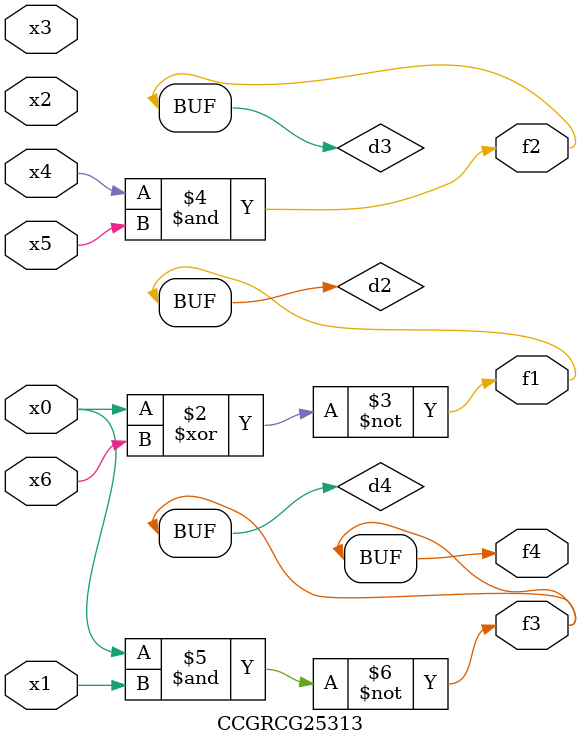
<source format=v>
module CCGRCG25313(
	input x0, x1, x2, x3, x4, x5, x6,
	output f1, f2, f3, f4
);

	wire d1, d2, d3, d4;

	nor (d1, x0);
	xnor (d2, x0, x6);
	and (d3, x4, x5);
	nand (d4, x0, x1);
	assign f1 = d2;
	assign f2 = d3;
	assign f3 = d4;
	assign f4 = d4;
endmodule

</source>
